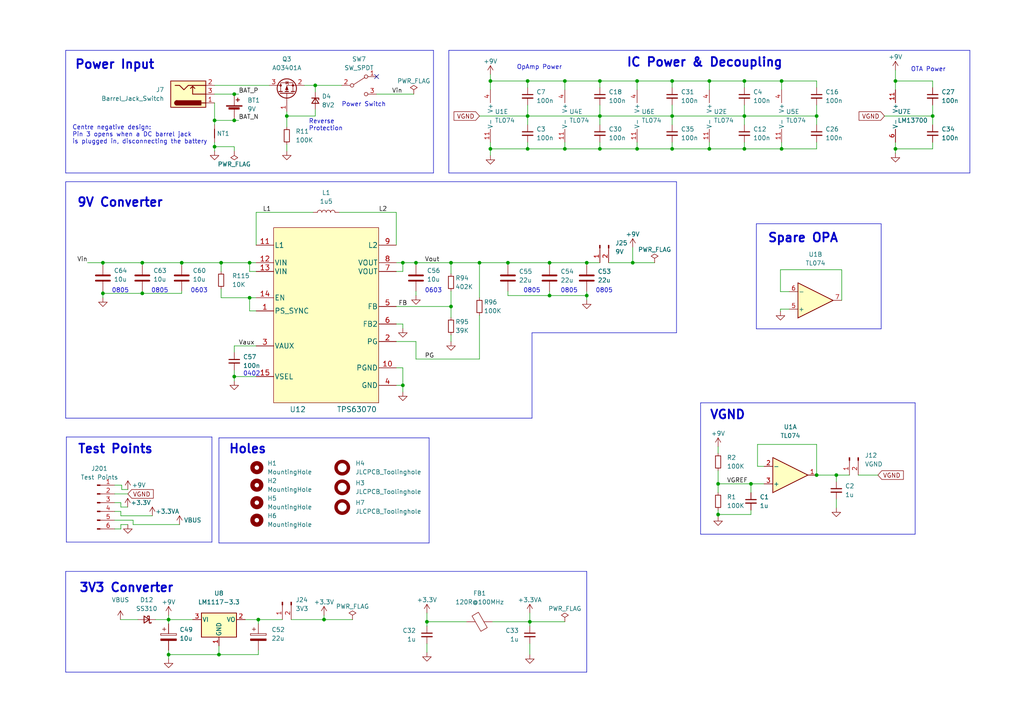
<source format=kicad_sch>
(kicad_sch (version 20230121) (generator eeschema)
  (paper "A4")
  (title_block (title "LivSynth - Power") (date "2022-07-18") (rev "${Version}") (company "SloBlo Labs"))
  (junction (at 130.81 76.2))
  (junction (at 41.275 76.2))
  (junction (at 153.035 43.18))
  (junction (at 67.945 109.22))
  (junction (at 226.695 23.495))
  (junction (at 226.695 43.18))
  (junction (at 183.515 76.2))
  (junction (at 215.9 33.655))
  (junction (at 67.945 34.925))
  (junction (at 93.98 179.705))
  (junction (at 63.5 189.865))
  (junction (at 173.99 33.655))
  (junction (at 41.275 85.09))
  (junction (at 159.385 85.725))
  (junction (at 208.28 149.225))
  (junction (at 173.99 43.18))
  (junction (at 72.39 76.2))
  (junction (at 142.24 23.495))
  (junction (at 215.9 43.18))
  (junction (at 163.83 23.495))
  (junction (at 62.23 34.925))
  (junction (at 217.805 140.335))
  (junction (at 48.895 189.865))
  (junction (at 194.945 33.655))
  (junction (at 194.945 23.495))
  (junction (at 215.9 23.495))
  (junction (at 29.845 76.2))
  (junction (at 153.67 180.34))
  (junction (at 208.28 140.335))
  (junction (at 242.57 137.795))
  (junction (at 270.51 33.655))
  (junction (at 130.81 88.9))
  (junction (at 52.705 76.2))
  (junction (at 147.32 76.2))
  (junction (at 139.065 76.2))
  (junction (at 236.855 137.795))
  (junction (at 170.18 85.725))
  (junction (at 74.93 179.705))
  (junction (at 184.785 23.495))
  (junction (at 205.74 23.495))
  (junction (at 116.84 111.76))
  (junction (at 194.945 43.18))
  (junction (at 153.035 33.655))
  (junction (at 184.785 43.18))
  (junction (at 259.715 43.18))
  (junction (at 170.18 76.2))
  (junction (at 163.83 43.18))
  (junction (at 72.39 86.36))
  (junction (at 142.24 43.18))
  (junction (at 205.74 43.18))
  (junction (at 29.845 85.09))
  (junction (at 173.99 23.495))
  (junction (at 64.135 76.2))
  (junction (at 62.23 42.545))
  (junction (at 67.945 27.305))
  (junction (at 159.385 76.2))
  (junction (at 153.035 23.495))
  (junction (at 48.895 179.705))
  (junction (at 259.715 23.495))
  (junction (at 83.185 33.655))
  (junction (at 236.855 33.655))
  (junction (at 116.84 76.2))
  (junction (at 91.44 24.765))
  (junction (at 123.825 180.34))
  (junction (at 120.65 76.2))
  (no_connect (at 109.22 22.225))
  (wire (pts (xy 64.135 83.82) (xy 64.135 86.36)))
  (wire (pts (xy 64.135 76.2) (xy 72.39 76.2)))
  (polyline (pts (xy 196.215 52.705) (xy 196.215 96.52)))
  (wire (pts (xy 242.57 137.795) (xy 242.57 139.7)))
  (wire (pts (xy 67.945 102.235) (xy 67.945 100.33)))
  (wire (pts (xy 215.9 30.48) (xy 215.9 33.655)))
  (wire (pts (xy 194.945 23.495) (xy 194.945 25.4)))
  (wire (pts (xy 67.945 100.33) (xy 74.295 100.33)))
  (wire (pts (xy 184.785 23.495) (xy 184.785 26.035)))
  (polyline (pts (xy 281.305 14.605) (xy 281.305 50.165)))
  (wire (pts (xy 184.785 43.18) (xy 194.945 43.18)))
  (wire (pts (xy 142.24 23.495) (xy 142.24 26.035)))
  (wire (pts (xy 170.18 85.725) (xy 170.18 86.995)))
  (wire (pts (xy 72.39 78.74) (xy 72.39 76.2)))
  (wire (pts (xy 194.945 33.655) (xy 215.9 33.655)))
  (polyline (pts (xy 219.3798 64.897) (xy 219.3798 95.377)))
  (wire (pts (xy 147.32 84.455) (xy 147.32 85.725)))
  (wire (pts (xy 120.65 84.455) (xy 120.65 85.725)))
  (wire (pts (xy 74.295 78.74) (xy 72.39 78.74)))
  (polyline (pts (xy 19.05 165.735) (xy 170.18 165.735)))
  (wire (pts (xy 34.925 179.705) (xy 40.005 179.705)))
  (wire (pts (xy 244.1448 78.232) (xy 244.1448 87.122)))
  (polyline (pts (xy 19.05 165.735) (xy 19.05 194.945)))
  (wire (pts (xy 147.32 85.725) (xy 159.385 85.725)))
  (wire (pts (xy 37.084 141.986) (xy 35.306 141.986)))
  (polyline (pts (xy 130.175 14.605) (xy 130.175 50.165)))
  (wire (pts (xy 170.18 76.835) (xy 170.18 76.2)))
  (wire (pts (xy 183.515 76.2) (xy 189.865 76.2)))
  (wire (pts (xy 270.51 43.18) (xy 259.715 43.18)))
  (wire (pts (xy 170.18 84.455) (xy 170.18 85.725)))
  (wire (pts (xy 236.855 23.495) (xy 226.695 23.495)))
  (wire (pts (xy 236.855 137.795) (xy 242.57 137.795)))
  (wire (pts (xy 62.23 34.925) (xy 62.23 36.195)))
  (wire (pts (xy 170.18 76.2) (xy 173.99 76.2)))
  (wire (pts (xy 114.935 61.595) (xy 114.935 71.12)))
  (wire (pts (xy 84.455 179.705) (xy 93.98 179.705)))
  (wire (pts (xy 52.705 76.835) (xy 52.705 76.2)))
  (wire (pts (xy 71.12 179.705) (xy 74.93 179.705)))
  (wire (pts (xy 45.085 179.705) (xy 48.895 179.705)))
  (wire (pts (xy 38.608 152.146) (xy 52.07 152.146)))
  (wire (pts (xy 217.805 140.335) (xy 217.805 142.875)))
  (wire (pts (xy 109.22 27.305) (xy 120.015 27.305)))
  (wire (pts (xy 91.44 24.765) (xy 91.44 26.67)))
  (wire (pts (xy 120.65 99.06) (xy 120.65 104.14)))
  (wire (pts (xy 256.54 33.655) (xy 270.51 33.655)))
  (wire (pts (xy 67.945 27.305) (xy 69.215 27.305)))
  (wire (pts (xy 114.935 93.98) (xy 116.84 93.98)))
  (wire (pts (xy 98.425 61.595) (xy 114.935 61.595)))
  (polyline (pts (xy 154.305 96.52) (xy 154.305 121.285)))
  (wire (pts (xy 208.28 140.335) (xy 208.28 142.875)))
  (wire (pts (xy 52.705 84.455) (xy 52.705 85.09)))
  (wire (pts (xy 33.274 153.416) (xy 35.052 153.416)))
  (wire (pts (xy 139.065 86.36) (xy 139.065 76.2)))
  (wire (pts (xy 72.39 76.2) (xy 74.295 76.2)))
  (wire (pts (xy 194.945 43.18) (xy 205.74 43.18)))
  (wire (pts (xy 116.84 93.98) (xy 116.84 95.25)))
  (wire (pts (xy 194.945 41.275) (xy 194.945 43.18)))
  (wire (pts (xy 130.81 88.9) (xy 130.81 92.075)))
  (wire (pts (xy 64.135 76.2) (xy 64.135 78.74)))
  (wire (pts (xy 33.274 145.796) (xy 35.052 145.796)))
  (wire (pts (xy 116.84 78.74) (xy 116.84 76.2)))
  (wire (pts (xy 130.81 97.155) (xy 130.81 99.06)))
  (wire (pts (xy 236.855 23.495) (xy 236.855 25.4)))
  (wire (pts (xy 139.065 104.14) (xy 139.065 91.44)))
  (wire (pts (xy 114.935 88.9) (xy 130.81 88.9)))
  (polyline (pts (xy 125.73 14.605) (xy 125.73 50.165)))
  (wire (pts (xy 163.83 23.495) (xy 163.83 26.035)))
  (wire (pts (xy 135.255 180.34) (xy 123.825 180.34)))
  (wire (pts (xy 64.135 86.36) (xy 72.39 86.36)))
  (wire (pts (xy 153.035 33.655) (xy 173.99 33.655)))
  (wire (pts (xy 205.74 43.18) (xy 215.9 43.18)))
  (wire (pts (xy 123.825 177.8) (xy 123.825 180.34)))
  (wire (pts (xy 183.515 76.2) (xy 183.515 71.755)))
  (wire (pts (xy 142.24 43.18) (xy 153.035 43.18)))
  (wire (pts (xy 74.93 179.705) (xy 81.915 179.705)))
  (wire (pts (xy 116.84 106.68) (xy 116.84 111.76)))
  (polyline (pts (xy 154.305 121.285) (xy 19.05 121.285)))
  (wire (pts (xy 153.67 181.61) (xy 153.67 180.34)))
  (wire (pts (xy 67.945 109.22) (xy 74.295 109.22)))
  (wire (pts (xy 194.945 33.655) (xy 194.945 36.195)))
  (wire (pts (xy 173.99 30.48) (xy 173.99 33.655)))
  (polyline (pts (xy 170.18 165.735) (xy 170.18 194.945)))
  (wire (pts (xy 74.93 188.595) (xy 74.93 189.865)))
  (wire (pts (xy 173.99 41.275) (xy 173.99 43.18)))
  (wire (pts (xy 74.295 71.12) (xy 74.295 61.595)))
  (wire (pts (xy 215.9 23.495) (xy 215.9 25.4)))
  (wire (pts (xy 163.83 41.275) (xy 163.83 43.18)))
  (wire (pts (xy 33.274 150.876) (xy 38.608 150.876)))
  (wire (pts (xy 153.035 43.18) (xy 163.83 43.18)))
  (wire (pts (xy 72.39 86.36) (xy 72.39 90.17)))
  (wire (pts (xy 48.895 179.705) (xy 55.88 179.705)))
  (wire (pts (xy 139.065 33.655) (xy 153.035 33.655)))
  (polyline (pts (xy 19.05 14.605) (xy 125.73 14.605)))
  (wire (pts (xy 259.715 23.495) (xy 259.715 26.035)))
  (wire (pts (xy 29.845 76.835) (xy 29.845 76.2)))
  (wire (pts (xy 226.3648 89.662) (xy 226.3648 90.297)))
  (wire (pts (xy 130.81 84.455) (xy 130.81 88.9)))
  (wire (pts (xy 91.44 33.655) (xy 83.185 33.655)))
  (polyline (pts (xy 196.215 96.52) (xy 154.305 96.52)))
  (wire (pts (xy 35.052 152.146) (xy 37.084 152.146)))
  (wire (pts (xy 142.875 180.34) (xy 153.67 180.34)))
  (wire (pts (xy 215.9 33.655) (xy 236.855 33.655)))
  (wire (pts (xy 205.74 23.495) (xy 205.74 26.035)))
  (wire (pts (xy 153.035 23.495) (xy 153.035 25.4)))
  (wire (pts (xy 114.935 106.68) (xy 116.84 106.68)))
  (wire (pts (xy 62.23 24.765) (xy 78.105 24.765)))
  (wire (pts (xy 163.83 180.34) (xy 153.67 180.34)))
  (wire (pts (xy 142.24 43.18) (xy 142.24 45.085)))
  (wire (pts (xy 93.98 178.435) (xy 93.98 179.705)))
  (wire (pts (xy 259.715 41.275) (xy 259.715 43.18)))
  (wire (pts (xy 270.51 33.655) (xy 270.51 36.195)))
  (wire (pts (xy 63.5 187.325) (xy 63.5 189.865)))
  (wire (pts (xy 270.51 41.275) (xy 270.51 43.18)))
  (polyline (pts (xy 265.43 116.84) (xy 265.43 154.94)))
  (wire (pts (xy 74.295 90.17) (xy 72.39 90.17)))
  (wire (pts (xy 88.265 24.765) (xy 91.44 24.765)))
  (wire (pts (xy 184.785 41.275) (xy 184.785 43.18)))
  (wire (pts (xy 153.035 30.48) (xy 153.035 33.655)))
  (wire (pts (xy 217.805 140.335) (xy 221.615 140.335)))
  (wire (pts (xy 153.67 177.8) (xy 153.67 180.34)))
  (wire (pts (xy 48.895 180.975) (xy 48.895 179.705)))
  (wire (pts (xy 74.295 61.595) (xy 90.805 61.595)))
  (wire (pts (xy 259.715 20.32) (xy 259.715 23.495)))
  (wire (pts (xy 153.035 41.275) (xy 153.035 43.18)))
  (wire (pts (xy 33.274 143.256) (xy 37.084 143.256)))
  (wire (pts (xy 226.3648 84.582) (xy 228.9048 84.582)))
  (wire (pts (xy 208.28 140.335) (xy 217.805 140.335)))
  (wire (pts (xy 236.855 33.655) (xy 236.855 36.195)))
  (polyline (pts (xy 19.05 52.705) (xy 196.215 52.705)))
  (polyline (pts (xy 124.46 127) (xy 124.46 157.48)))
  (wire (pts (xy 114.935 76.2) (xy 116.84 76.2)))
  (wire (pts (xy 208.28 136.525) (xy 208.28 140.335)))
  (polyline (pts (xy 125.73 50.165) (xy 19.05 50.165)))
  (wire (pts (xy 173.99 33.655) (xy 194.945 33.655)))
  (wire (pts (xy 163.83 23.495) (xy 173.99 23.495)))
  (polyline (pts (xy 63.5 127) (xy 63.5 157.48)))
  (wire (pts (xy 163.83 43.18) (xy 173.99 43.18)))
  (wire (pts (xy 123.825 180.34) (xy 123.825 181.61)))
  (wire (pts (xy 33.274 148.336) (xy 35.052 148.336)))
  (wire (pts (xy 35.052 153.416) (xy 35.052 152.146)))
  (polyline (pts (xy 281.305 50.165) (xy 130.175 50.165)))
  (wire (pts (xy 208.28 129.54) (xy 208.28 131.445)))
  (polyline (pts (xy 19.05 52.705) (xy 19.05 121.285)))
  (wire (pts (xy 226.3648 78.232) (xy 244.1448 78.232)))
  (wire (pts (xy 184.785 23.495) (xy 194.945 23.495)))
  (wire (pts (xy 219.71 135.255) (xy 221.615 135.255)))
  (polyline (pts (xy 203.2 116.84) (xy 265.43 116.84)))
  (wire (pts (xy 114.935 99.06) (xy 120.65 99.06)))
  (wire (pts (xy 52.705 85.09) (xy 41.275 85.09)))
  (wire (pts (xy 91.44 24.765) (xy 99.06 24.765)))
  (polyline (pts (xy 255.5748 95.377) (xy 219.3798 95.377)))
  (wire (pts (xy 63.5 189.865) (xy 74.93 189.865)))
  (wire (pts (xy 153.035 23.495) (xy 163.83 23.495)))
  (polyline (pts (xy 265.43 154.94) (xy 203.2 154.94)))
  (wire (pts (xy 259.715 43.18) (xy 259.715 44.45)))
  (wire (pts (xy 176.53 76.2) (xy 183.515 76.2)))
  (wire (pts (xy 259.715 23.495) (xy 270.51 23.495)))
  (polyline (pts (xy 19.2532 126.746) (xy 19.2532 157.226)))
  (wire (pts (xy 194.945 30.48) (xy 194.945 33.655)))
  (polyline (pts (xy 63.5 127) (xy 124.46 127)))
  (polyline (pts (xy 61.468 126.746) (xy 61.468 157.226)))
  (wire (pts (xy 67.945 109.22) (xy 67.945 110.49)))
  (wire (pts (xy 236.855 128.905) (xy 236.855 137.795)))
  (wire (pts (xy 215.9 33.655) (xy 215.9 36.195)))
  (polyline (pts (xy 19.2532 126.746) (xy 61.468 126.746)))
  (wire (pts (xy 270.51 30.48) (xy 270.51 33.655)))
  (wire (pts (xy 236.855 41.275) (xy 236.855 43.18)))
  (wire (pts (xy 72.39 86.36) (xy 74.295 86.36)))
  (wire (pts (xy 219.71 135.255) (xy 219.71 128.905)))
  (wire (pts (xy 147.32 76.2) (xy 147.32 76.835)))
  (wire (pts (xy 114.935 78.74) (xy 116.84 78.74)))
  (wire (pts (xy 215.9 23.495) (xy 226.695 23.495)))
  (wire (pts (xy 270.51 23.495) (xy 270.51 25.4)))
  (polyline (pts (xy 203.2 116.84) (xy 203.2 154.94)))
  (wire (pts (xy 120.65 76.2) (xy 120.65 76.835)))
  (wire (pts (xy 35.052 145.796) (xy 35.052 147.066)))
  (wire (pts (xy 248.92 137.795) (xy 254.635 137.795)))
  (wire (pts (xy 194.945 23.495) (xy 205.74 23.495)))
  (polyline (pts (xy 124.46 157.48) (xy 63.5 157.48)))
  (wire (pts (xy 226.3648 84.582) (xy 226.3648 78.232)))
  (wire (pts (xy 236.855 30.48) (xy 236.855 33.655)))
  (wire (pts (xy 83.185 33.655) (xy 83.185 36.83)))
  (wire (pts (xy 91.44 31.75) (xy 91.44 33.655)))
  (wire (pts (xy 147.32 76.2) (xy 159.385 76.2)))
  (polyline (pts (xy 19.05 14.605) (xy 19.05 50.165)))
  (wire (pts (xy 35.052 149.606) (xy 44.196 149.606)))
  (wire (pts (xy 74.93 179.705) (xy 74.93 180.975)))
  (wire (pts (xy 142.24 41.275) (xy 142.24 43.18)))
  (wire (pts (xy 123.825 186.69) (xy 123.825 189.23)))
  (wire (pts (xy 48.895 189.865) (xy 48.895 191.135)))
  (wire (pts (xy 173.99 23.495) (xy 173.99 25.4)))
  (wire (pts (xy 83.185 32.385) (xy 83.185 33.655)))
  (wire (pts (xy 217.805 149.225) (xy 208.28 149.225)))
  (wire (pts (xy 67.945 42.545) (xy 62.23 42.545)))
  (wire (pts (xy 159.385 85.725) (xy 170.18 85.725)))
  (wire (pts (xy 29.845 84.455) (xy 29.845 85.09)))
  (wire (pts (xy 38.608 150.876) (xy 38.608 152.146)))
  (wire (pts (xy 242.57 144.78) (xy 242.57 147.32)))
  (wire (pts (xy 142.24 21.59) (xy 142.24 23.495)))
  (wire (pts (xy 205.74 23.495) (xy 215.9 23.495)))
  (wire (pts (xy 208.28 149.225) (xy 208.28 149.86)))
  (polyline (pts (xy 170.18 194.945) (xy 19.05 194.945)))
  (wire (pts (xy 139.065 76.2) (xy 130.81 76.2)))
  (wire (pts (xy 41.275 84.455) (xy 41.275 85.09)))
  (polyline (pts (xy 61.468 157.226) (xy 19.2532 157.226)))
  (wire (pts (xy 120.65 104.14) (xy 139.065 104.14)))
  (wire (pts (xy 226.695 41.275) (xy 226.695 43.18)))
  (wire (pts (xy 67.945 43.815) (xy 67.945 42.545)))
  (wire (pts (xy 130.81 76.2) (xy 120.65 76.2)))
  (polyline (pts (xy 130.175 14.605) (xy 281.305 14.605)))
  (wire (pts (xy 116.84 76.2) (xy 120.65 76.2)))
  (wire (pts (xy 62.23 34.925) (xy 67.945 34.925)))
  (wire (pts (xy 159.385 76.2) (xy 159.385 76.835)))
  (wire (pts (xy 215.9 41.275) (xy 215.9 43.18)))
  (wire (pts (xy 228.9048 89.662) (xy 226.3648 89.662)))
  (wire (pts (xy 215.9 43.18) (xy 226.695 43.18)))
  (wire (pts (xy 153.035 33.655) (xy 153.035 36.195)))
  (wire (pts (xy 48.895 188.595) (xy 48.895 189.865)))
  (polyline (pts (xy 255.5748 64.897) (xy 255.5748 95.377)))
  (wire (pts (xy 29.845 76.2) (xy 41.275 76.2)))
  (wire (pts (xy 147.32 76.2) (xy 139.065 76.2)))
  (wire (pts (xy 41.275 76.2) (xy 52.705 76.2)))
  (wire (pts (xy 205.74 41.275) (xy 205.74 43.18)))
  (wire (pts (xy 35.052 147.066) (xy 37.0332 147.066)))
  (wire (pts (xy 226.695 23.495) (xy 226.695 26.035)))
  (wire (pts (xy 142.24 23.495) (xy 153.035 23.495)))
  (wire (pts (xy 35.306 141.986) (xy 35.306 140.716)))
  (wire (pts (xy 67.945 107.315) (xy 67.945 109.22)))
  (wire (pts (xy 29.845 85.09) (xy 29.845 86.36)))
  (wire (pts (xy 48.895 178.435) (xy 48.895 179.705)))
  (polyline (pts (xy 219.3798 64.897) (xy 255.5748 64.897)))
  (wire (pts (xy 173.99 43.18) (xy 184.785 43.18)))
  (wire (pts (xy 153.67 186.69) (xy 153.67 189.865)))
  (wire (pts (xy 63.5 189.865) (xy 48.895 189.865)))
  (wire (pts (xy 41.275 85.09) (xy 29.845 85.09)))
  (wire (pts (xy 242.57 137.795) (xy 246.38 137.795)))
  (wire (pts (xy 159.385 84.455) (xy 159.385 85.725)))
  (wire (pts (xy 62.23 41.275) (xy 62.23 42.545)))
  (wire (pts (xy 170.18 76.2) (xy 159.385 76.2)))
  (wire (pts (xy 173.99 33.655) (xy 173.99 36.195)))
  (wire (pts (xy 217.805 147.955) (xy 217.805 149.225)))
  (wire (pts (xy 67.945 34.925) (xy 69.215 34.925)))
  (wire (pts (xy 62.23 27.305) (xy 67.945 27.305)))
  (wire (pts (xy 116.84 113.665) (xy 116.84 111.76)))
  (wire (pts (xy 62.23 29.845) (xy 62.23 34.925)))
  (wire (pts (xy 116.84 111.76) (xy 114.935 111.76)))
  (wire (pts (xy 219.71 128.905) (xy 236.855 128.905)))
  (wire (pts (xy 33.274 140.716) (xy 35.306 140.716)))
  (wire (pts (xy 25.4 76.2) (xy 29.845 76.2)))
  (wire (pts (xy 93.98 179.705) (xy 102.235 179.705)))
  (wire (pts (xy 41.275 76.2) (xy 41.275 76.835)))
  (wire (pts (xy 83.185 41.91) (xy 83.185 43.815)))
  (wire (pts (xy 130.81 79.375) (xy 130.81 76.2)))
  (wire (pts (xy 52.705 76.2) (xy 64.135 76.2)))
  (wire (pts (xy 226.695 43.18) (xy 236.855 43.18)))
  (wire (pts (xy 173.99 23.495) (xy 184.785 23.495)))
  (wire (pts (xy 208.28 147.955) (xy 208.28 149.225)))
  (wire (pts (xy 35.052 148.336) (xy 35.052 149.606)))
  (wire (pts (xy 62.23 42.545) (xy 62.23 43.815)))
  (text "9V Converter" (at 22.225 60.325 0) (effects (font (size 2.54 2.54) (thickness 0.508) bold) (justify left bottom)))
  (text "0603" (at 123.19 85.09 0) (effects (font (size 1.27 1.27)) (justify left bottom)))
  (text "Centre negative design:\nPin 3 opens when a DC barrel jack\nis plugged in, disconnecting the battery" (at 20.955 41.91 0) (effects (font (size 1.27 1.27)) (justify left bottom)))
  (text "0402" (at 70.485 109.22 0) (effects (font (size 1.27 1.27)) (justify left bottom)))
  (text "0805" (at 162.56 85.09 0) (effects (font (size 1.27 1.27)) (justify left bottom)))
  (text "Test Points" (at 22.4282 131.826 0) (effects (font (size 2.54 2.54) (thickness 0.508) bold) (justify left bottom)))
  (text "0805" (at 32.385 85.09 0) (effects (font (size 1.27 1.27)) (justify left bottom)))
  (text "3V3 Converter" (at 22.86 172.085 0) (effects (font (size 2.54 2.54) (thickness 0.508) bold) (justify left bottom)))
  (text "OTA Power" (at 264.16 20.955 0) (effects (font (size 1.27 1.27)) (justify left bottom)))
  (text "0805" (at 172.72 85.09 0) (effects (font (size 1.27 1.27)) (justify left bottom)))
  (text "Power Switch" (at 99.06 31.115 0) (effects (font (size 1.27 1.27)) (justify left bottom)))
  (text "OpAmp Power" (at 149.86 20.32 0) (effects (font (size 1.27 1.27)) (justify left bottom)))
  (text "VGND" (at 205.74 121.92 0) (effects (font (size 2.54 2.54) (thickness 0.508) bold) (justify left bottom)))
  (text "Spare OPA" (at 222.5548 70.612 0) (effects (font (size 2.54 2.54) (thickness 0.508) bold) (justify left bottom)))
  (text "0805" (at 43.815 85.09 0) (effects (font (size 1.27 1.27)) (justify left bottom)))
  (text "0805" (at 151.765 85.09 0) (effects (font (size 1.27 1.27)) (justify left bottom)))
  (text "IC Power & Decoupling" (at 181.61 19.685 0) (effects (font (size 2.54 2.54) (thickness 0.508) bold) (justify left bottom)))
  (text "Reverse\nProtection" (at 89.535 38.1 0) (effects (font (size 1.27 1.27)) (justify left bottom)))
  (text "0603" (at 55.245 85.09 0) (effects (font (size 1.27 1.27)) (justify left bottom)))
  (text "Holes" (at 66.2432 131.826 0) (effects (font (size 2.54 2.54) (thickness 0.508) bold) (justify left bottom)))
  (text "Power Input" (at 21.59 20.32 0) (effects (font (size 2.54 2.54) (thickness 0.508) bold) (justify left bottom)))
  (label "BAT_P" (at 69.215 27.305 0))
  (label "L2" (at 109.855 61.595 0))
  (label "Vaux" (at 69.215 100.33 0))
  (label "L1" (at 76.2 61.595 0))
  (label "BAT_N" (at 69.215 34.925 0))
  (label "PG" (at 123.19 104.14 0))
  (label "Vout" (at 123.19 76.2 0))
  (label "Vin" (at 113.665 27.305 0))
  (label "FB" (at 115.57 88.9 0))
  (label "Vin" (at 25.4 76.2 180))
  (label "VGREF" (at 210.82 140.335 0))
  (global_label "VGND" (shape input) (at 139.065 33.655 180) (property "Intersheetrefs" "${INTERSHEET_REFS}" (effects hide)))
  (global_label "VGND" (shape input) (at 254.635 137.795 0) (property "Intersheetrefs" "${INTERSHEET_REFS}" (effects hide)))
  (global_label "VGND" (shape input) (at 256.54 33.655 180) (property "Intersheetrefs" "${INTERSHEET_REFS}" (effects hide)))
  (global_label "VGND" (shape input) (at 37.084 143.256 0) (property "Intersheetrefs" "${INTERSHEET_REFS}" (effects hide)))
  (symbol (lib_id "Device:C_Small") (at 270.51 38.735 0) (unit 1)
    (property "Reference" "C34" (at 273.05 37.4712 0) (effects (justify left)))
    (property "Value" "100n" (at 273.05 40.0112 0) (effects (justify left)))
    (property "Footprint" "Capacitor_THT:C_Rect_L7.2mm_W2.5mm_P5.00mm_FKS2_FKP2_MKS2_MKP2" (effects hide))
  )
  (symbol (lib_id "Device:C") (at 159.385 80.645 0) (unit 1) (in_bom no)
    (property "Reference" "C54" (at 162.56 78.74 0) (effects (justify left)))
    (property "Value" "22u" (at 162.56 81.28 0) (effects (justify left)))
    (property "Footprint" "Capacitor_SMD:C_0805_2012Metric_Pad1.18x1.45mm_HandSolder" (effects hide))
    (property "LCSC" "C415296" (effects hide))
  )
  (symbol (lib_id "Device:C") (at 41.275 80.645 0) (unit 1) (in_bom no)
    (property "Reference" "C63" (at 44.45 78.4859 0) (effects (justify left)))
    (property "Value" "10u" (at 44.45 81.0259 0) (effects (justify left)))
    (property "Footprint" "Capacitor_SMD:C_0805_2012Metric_Pad1.18x1.45mm_HandSolder" (effects hide))
    (property "LCSC" " C109040" (effects hide))
  )
  (symbol (lib_id "power:+9V") (at 208.28 129.54 0) (unit 1)
    (property "Reference" "#PWR0136" (effects hide))
    (property "Value" "+9V" (at 208.28 125.73 0))
  )
  (symbol (lib_id "Device:C_Polarized") (at 74.93 184.785 0) (unit 1)
    (property "Reference" "C52" (at 78.74 182.6259 0) (effects (justify left)))
    (property "Value" "22u" (at 78.74 185.1659 0) (effects (justify left)))
    (property "Footprint" "Capacitor_THT:CP_Radial_D8.0mm_P3.50mm" (effects hide))
  )
  (symbol (lib_id "Device:R_Small") (at 208.28 133.985 0) (unit 1)
    (property "Reference" "R2" (at 210.82 132.7149 0) (effects (justify left)))
    (property "Value" "100K" (at 210.82 135.2549 0) (effects (justify left)))
    (property "Footprint" "Resistor_THT:R_Axial_DIN0207_L6.3mm_D2.5mm_P7.62mm_Horizontal" (effects hide))
  )
  (symbol (lib_id "Amplifier_Operational:TL074") (at 229.235 33.655 0) (unit 5)
    (property "Reference" "U5" (at 227.965 32.3849 0) (effects (justify left)))
    (property "Value" "TL074" (at 227.965 34.9249 0) (effects (justify left)))
    (property "Footprint" "Package_SO:SOIC-14_3.9x8.7mm_P1.27mm" (effects hide))
    (property "Datasheet" "http://www.ti.com/lit/ds/symlink/tl071.pdf" (effects hide))
    (property "LCSC" "C2057504" (effects hide))
  )
  (symbol (lib_id "Regulator_Linear:LM1117-3.3") (at 63.5 179.705 0) (unit 1)
    (property "Reference" "U8" (at 63.5 172.085 0))
    (property "Value" "LM1117-3.3" (at 63.5 174.625 0))
    (property "Footprint" "Package_TO_SOT_SMD:SOT-223-3_TabPin2" (effects hide))
    (property "Datasheet" "http://www.ti.com/lit/ds/symlink/lm1117.pdf" (effects hide))
    (property "LCSC" "C126027" (effects hide))
  )
  (symbol (lib_id "power:+9V") (at 48.895 178.435 0) (unit 1)
    (property "Reference" "#PWR010" (effects hide))
    (property "Value" "+9V" (at 48.895 174.625 0))
  )
  (symbol (lib_id "power:GND") (at 142.24 45.085 0) (unit 1)
    (property "Reference" "#PWR03" (effects hide))
    (property "Value" "GND" (effects hide))
  )
  (symbol (lib_id "power:GND") (at 120.65 85.725 0) (unit 1)
    (property "Reference" "#PWR0142" (effects hide))
    (property "Value" "GND" (effects hide))
  )
  (symbol (lib_id "Amplifier_Operational:LM13700") (at 262.255 33.655 0) (unit 5)
    (property "Reference" "U7" (at 260.35 32.3849 0) (effects (justify left)))
    (property "Value" "LM13700" (at 260.35 34.9249 0) (effects (justify left)))
    (property "Footprint" "Package_SO:SOP-16_3.9x9.9mm_P1.27mm" (effects hide))
    (property "Datasheet" "http://www.ti.com/lit/ds/symlink/lm13700.pdf" (effects hide))
    (property "LCSC" "C4370932" (effects hide))
  )
  (symbol (lib_id "power:GND") (at 226.3648 90.297 0) (unit 1)
    (property "Reference" "#PWR0140" (effects hide))
    (property "Value" "GND" (effects hide))
  )
  (symbol (lib_id "power:PWR_FLAG") (at 189.865 76.2 0) (unit 1)
    (property "Reference" "#FLG0101" (effects hide))
    (property "Value" "PWR_FLAG" (at 189.865 72.39 0))
  )
  (symbol (lib_id "power:+3.3V") (at 93.98 178.435 0) (unit 1)
    (property "Reference" "#PWR011" (effects hide))
    (property "Value" "+3.3V" (at 93.98 174.625 0))
  )
  (symbol (lib_id "Device:C_Small") (at 153.035 38.735 0) (unit 1)
    (property "Reference" "C3" (at 155.575 37.4712 0) (effects (justify left)))
    (property "Value" "100n" (at 155.575 40.0112 0) (effects (justify left)))
    (property "Footprint" "Capacitor_THT:C_Rect_L7.2mm_W2.5mm_P5.00mm_FKS2_FKP2_MKS2_MKP2" (effects hide))
  )
  (symbol (lib_id "power:+3.3V") (at 123.825 177.8 0) (mirror y) (unit 1)
    (property "Reference" "#PWR013" (effects hide))
    (property "Value" "+3.3V" (at 123.825 173.99 0))
  )
  (symbol (lib_id "Device:D_Zener_Small") (at 91.44 29.21 270) (unit 1) (in_bom no)
    (property "Reference" "D4" (at 93.345 27.9399 90) (effects (justify left)))
    (property "Value" "8V2" (at 93.345 30.4799 90) (effects (justify left)))
    (property "Footprint" "Diode_SMD:D_SOD-123" (effects hide))
    (property "LCSC" " C438308" (effects hide))
  )
  (symbol (lib_id "Amplifier_Operational:TL074") (at 144.78 33.655 0) (unit 5)
    (property "Reference" "U1" (at 143.51 32.3849 0) (effects (justify left)))
    (property "Value" "TL074" (at 143.51 34.9249 0) (effects (justify left)))
    (property "Footprint" "Package_SO:SOIC-14_3.9x8.7mm_P1.27mm" (effects hide))
    (property "Datasheet" "http://www.ti.com/lit/ds/symlink/tl071.pdf" (effects hide))
    (property "LCSC" "C2057504" (effects hide))
  )
  (symbol (lib_id "Device:R_Small") (at 83.185 39.37 0) (unit 1)
    (property "Reference" "R11" (at 85.725 38.0999 0) (effects (justify left)))
    (property "Value" "100K" (at 85.725 40.6399 0) (effects (justify left)))
    (property "Footprint" "Resistor_THT:R_Axial_DIN0207_L6.3mm_D2.5mm_P7.62mm_Horizontal" (effects hide))
  )
  (symbol (lib_id "Connector:Barrel_Jack_Switch") (at 54.61 27.305 0) (mirror x) (unit 1)
    (property "Reference" "J7" (at 47.625 26.0349 0) (effects (justify right)))
    (property "Value" "Barrel_Jack_Switch" (at 47.625 28.5749 0) (effects (justify right)))
    (property "Footprint" "Connector_BarrelJack:BarrelJack_CUI_PJ-102AH_Horizontal" (effects hide))
  )
  (symbol (lib_id "power:GND") (at 242.57 147.32 0) (unit 1)
    (property "Reference" "#PWR0135" (effects hide))
    (property "Value" "GND" (effects hide))
  )
  (symbol (lib_id "power:PWR_FLAG") (at 67.945 43.815 0) (mirror x) (unit 1)
    (property "Reference" "#FLG05" (effects hide))
    (property "Value" "PWR_FLAG" (at 67.945 47.625 0))
  )
  (symbol (lib_id "power:+3.3VA") (at 153.67 177.8 0) (mirror y) (unit 1)
    (property "Reference" "#PWR014" (effects hide))
    (property "Value" "+3.3VA" (at 153.67 173.99 0))
  )
  (symbol (lib_id "power:GND") (at 130.81 99.06 0) (unit 1)
    (property "Reference" "#PWR0143" (effects hide))
    (property "Value" "GND" (effects hide))
  )
  (symbol (lib_id "Mechanical:MountingHole") (at 74.4982 140.716 0) (unit 1)
    (property "Reference" "H2" (at 77.5462 139.4459 0) (effects (justify left)))
    (property "Value" "MountingHole" (at 77.5462 141.9859 0) (effects (justify left)))
    (property "Footprint" "MountingHole:MountingHole_3.2mm_M3" (effects hide))
  )
  (symbol (lib_id "SloBlo:TPS63070x") (at 94.615 91.44 0) (unit 1) (in_bom no)
    (property "Reference" "U12" (at 86.36 118.745 0) (effects (font (size 1.524 1.524))))
    (property "Value" "TPS63070" (at 103.505 118.745 0) (effects (font (size 1.524 1.524))))
    (property "Footprint" "SloBlo:TPS63070x" (effects hide))
    (property "Datasheet" "https://www.ti.com/lit/ds/symlink/tps63070.pdf" (effects hide))
    (property "LCSC" "C109322" (effects hide))
  )
  (symbol (lib_id "power:VBUS") (at 34.925 179.705 0) (unit 1)
    (property "Reference" "#PWR0127" (effects hide))
    (property "Value" "VBUS" (at 34.925 173.99 0))
  )
  (symbol (lib_id "Amplifier_Operational:TL074") (at 236.5248 87.122 0) (mirror x) (unit 2)
    (property "Reference" "U1" (at 236.5248 73.787 0))
    (property "Value" "TL074" (at 236.5248 76.327 0))
    (property "Footprint" "Package_SO:SOIC-14_3.9x8.7mm_P1.27mm" (effects hide))
    (property "Datasheet" "http://www.ti.com/lit/ds/symlink/tl071.pdf" (effects hide))
    (property "LCSC" "C2057504" (effects hide))
  )
  (symbol (lib_id "Device:R_Small") (at 64.135 81.28 0) (unit 1) (in_bom no)
    (property "Reference" "R115" (at 67.31 80.0099 0) (effects (justify left)))
    (property "Value" "10K" (at 67.31 82.5499 0) (effects (justify left)))
    (property "Footprint" "Resistor_SMD:R_0603_1608Metric_Pad0.98x0.95mm_HandSolder" (effects hide))
    (property "LCSC" " C25804" (effects hide))
  )
  (symbol (lib_name "JLCPCB_Toolinghole_2") (lib_id "SloBlo:JLCPCB_Toolinghole") (at 99.2632 141.351 0) (unit 1) (in_bom no)
    (property "Reference" "H3" (at 103.0732 140.0809 0) (effects (justify left)))
    (property "Value" "JLCPCB_Toolinghole" (at 103.0732 142.6209 0) (effects (justify left)))
    (property "Footprint" "SloBlo:JLCPCB_ToolingHole" (effects hide))
  )
  (symbol (lib_id "Device:C_Small") (at 215.9 27.94 0) (unit 1)
    (property "Reference" "C4" (at 218.44 26.6762 0) (effects (justify left)))
    (property "Value" "100n" (at 218.44 29.2162 0) (effects (justify left)))
    (property "Footprint" "Capacitor_THT:C_Rect_L7.2mm_W2.5mm_P5.00mm_FKS2_FKP2_MKS2_MKP2" (effects hide))
  )
  (symbol (lib_id "Device:C_Small") (at 215.9 38.735 0) (unit 1)
    (property "Reference" "C12" (at 218.44 37.4712 0) (effects (justify left)))
    (property "Value" "100n" (at 218.44 40.0112 0) (effects (justify left)))
    (property "Footprint" "Capacitor_THT:C_Rect_L7.2mm_W2.5mm_P5.00mm_FKS2_FKP2_MKS2_MKP2" (effects hide))
  )
  (symbol (lib_id "power:+3.3V") (at 37.0332 147.066 0) (unit 1)
    (property "Reference" "#PWR0130" (effects hide))
    (property "Value" "+3.3V" (at 40.8432 145.796 0))
  )
  (symbol (lib_id "power:+9V") (at 183.515 71.755 0) (unit 1)
    (property "Reference" "#PWR0138" (effects hide))
    (property "Value" "+9V" (at 183.515 67.945 0))
  )
  (symbol (lib_id "Device:C_Small") (at 153.035 27.94 0) (unit 1)
    (property "Reference" "C7" (at 155.575 26.6762 0) (effects (justify left)))
    (property "Value" "100n" (at 155.575 29.2162 0) (effects (justify left)))
    (property "Footprint" "Capacitor_THT:C_Rect_L7.2mm_W2.5mm_P5.00mm_FKS2_FKP2_MKS2_MKP2" (effects hide))
  )
  (symbol (lib_id "power:GND") (at 116.84 95.25 0) (unit 1)
    (property "Reference" "#PWR0141" (effects hide))
    (property "Value" "GND" (effects hide))
  )
  (symbol (lib_id "Device:C") (at 29.845 80.645 0) (unit 1) (in_bom no)
    (property "Reference" "C64" (at 33.02 78.4859 0) (effects (justify left)))
    (property "Value" "10u" (at 33.02 81.0259 0) (effects (justify left)))
    (property "Footprint" "Capacitor_SMD:C_0805_2012Metric_Pad1.18x1.45mm_HandSolder" (effects hide))
    (property "LCSC" " C109040" (effects hide))
  )
  (symbol (lib_id "Transistor_FET:AO3401A") (at 83.185 27.305 90) (unit 1) (in_bom no)
    (property "Reference" "Q3" (at 83.185 17.145 90))
    (property "Value" "AO3401A" (at 83.185 19.685 90))
    (property "Footprint" "Package_TO_SOT_SMD:SOT-23" (effects hide))
    (property "Datasheet" "http://www.aosmd.com/pdfs/datasheet/AO3401A.pdf" (effects hide))
    (property "LCSC" "C347476" (effects hide))
  )
  (symbol (lib_id "power:GND") (at 37.084 152.146 0) (mirror y) (unit 1)
    (property "Reference" "#PWR0128" (effects hide))
    (property "Value" "GND" (effects hide))
  )
  (symbol (lib_id "Device:C_Small") (at 153.67 184.15 0) (mirror y) (unit 1)
    (property "Reference" "C33" (at 150.495 182.8862 0) (effects (justify left)))
    (property "Value" "1u" (at 150.495 185.4262 0) (effects (justify left)))
    (property "Footprint" "Capacitor_THT:C_Rect_L7.2mm_W5.5mm_P5.00mm_FKS2_FKP2_MKS2_MKP2" (effects hide))
  )
  (symbol (lib_id "Device:C_Small") (at 236.855 38.735 0) (unit 1)
    (property "Reference" "C26" (at 239.395 37.4712 0) (effects (justify left)))
    (property "Value" "100n" (at 239.395 40.0112 0) (effects (justify left)))
    (property "Footprint" "Capacitor_THT:C_Rect_L7.2mm_W2.5mm_P5.00mm_FKS2_FKP2_MKS2_MKP2" (effects hide))
  )
  (symbol (lib_id "Device:C_Small") (at 242.57 142.24 0) (unit 1)
    (property "Reference" "C2" (at 245.11 140.9762 0) (effects (justify left)))
    (property "Value" "1u" (at 245.11 143.5162 0) (effects (justify left)))
    (property "Footprint" "Capacitor_THT:C_Rect_L7.2mm_W5.5mm_P5.00mm_FKS2_FKP2_MKS2_MKP2" (effects hide))
  )
  (symbol (lib_id "Device:C_Small") (at 173.99 27.94 0) (unit 1)
    (property "Reference" "C18" (at 176.53 26.6762 0) (effects (justify left)))
    (property "Value" "100n" (at 176.53 29.2162 0) (effects (justify left)))
    (property "Footprint" "Capacitor_THT:C_Rect_L7.2mm_W2.5mm_P5.00mm_FKS2_FKP2_MKS2_MKP2" (effects hide))
  )
  (symbol (lib_id "Amplifier_Operational:TL074") (at 208.28 33.655 0) (unit 5)
    (property "Reference" "U2" (at 207.01 32.3849 0) (effects (justify left)))
    (property "Value" "TL074" (at 207.01 34.9249 0) (effects (justify left)))
    (property "Footprint" "Package_SO:SOIC-14_3.9x8.7mm_P1.27mm" (effects hide))
    (property "Datasheet" "http://www.ti.com/lit/ds/symlink/tl071.pdf" (effects hide))
    (property "LCSC" "C2057504" (effects hide))
  )
  (symbol (lib_id "Device:C_Small") (at 236.855 27.94 0) (unit 1)
    (property "Reference" "C16" (at 239.395 26.6762 0) (effects (justify left)))
    (property "Value" "100n" (at 239.395 29.2162 0) (effects (justify left)))
    (property "Footprint" "Capacitor_THT:C_Rect_L7.2mm_W2.5mm_P5.00mm_FKS2_FKP2_MKS2_MKP2" (effects hide))
  )
  (symbol (lib_id "power:+9V") (at 142.24 21.59 0) (unit 1)
    (property "Reference" "#PWR01" (effects hide))
    (property "Value" "+9V" (at 142.24 17.78 0))
  )
  (symbol (lib_id "Mechanical:MountingHole") (at 74.4982 150.876 0) (unit 1)
    (property "Reference" "H6" (at 77.5462 149.6059 0) (effects (justify left)))
    (property "Value" "MountingHole" (at 77.5462 152.1459 0) (effects (justify left)))
    (property "Footprint" "MountingHole:MountingHole_3.2mm_M3" (effects hide))
  )
  (symbol (lib_id "Device:NetTie_2") (at 62.23 38.735 90) (unit 1)
    (property "Reference" "NT1" (at 62.865 38.735 90) (effects (justify right)))
    (property "Value" "NetTie_2" (effects hide))
    (property "Footprint" "NetTie:NetTie-2_SMD_Pad0.5mm" (effects hide))
  )
  (symbol (lib_id "power:VBUS") (at 52.07 152.146 0) (unit 1)
    (property "Reference" "#PWR0129" (effects hide))
    (property "Value" "VBUS" (at 55.88 150.876 0))
  )
  (symbol (lib_id "Mechanical:MountingHole") (at 74.4982 145.796 0) (unit 1)
    (property "Reference" "H5" (at 77.5462 144.5259 0) (effects (justify left)))
    (property "Value" "MountingHole" (at 77.5462 147.0659 0) (effects (justify left)))
    (property "Footprint" "MountingHole:MountingHole_3.2mm_M3" (effects hide))
  )
  (symbol (lib_id "Mechanical:MountingHole") (at 74.4982 135.636 0) (unit 1)
    (property "Reference" "H1" (at 77.5462 134.3659 0) (effects (justify left)))
    (property "Value" "MountingHole" (at 77.5462 136.9059 0) (effects (justify left)))
    (property "Footprint" "MountingHole:MountingHole_3.2mm_M3" (effects hide))
  )
  (symbol (lib_id "Device:FerriteBead") (at 139.065 180.34 270) (mirror x) (unit 1)
    (property "Reference" "FB1" (at 139.1158 172.085 90))
    (property "Value" "120R@100MHz" (at 139.1158 174.625 90))
    (property "Footprint" "Inductor_SMD:L_0603_1608Metric" (effects hide))
  )
  (symbol (lib_id "power:GND") (at 153.67 189.865 0) (mirror y) (unit 1)
    (property "Reference" "#PWR016" (effects hide))
    (property "Value" "GND" (effects hide))
  )
  (symbol (lib_id "Amplifier_Operational:TL074") (at 166.37 33.655 0) (unit 5)
    (property "Reference" "U4" (at 165.1 32.3849 0) (effects (justify left)))
    (property "Value" "TL074" (at 165.1 34.9249 0) (effects (justify left)))
    (property "Footprint" "Package_SO:SOIC-14_3.9x8.7mm_P1.27mm" (effects hide))
    (property "Datasheet" "http://www.ti.com/lit/ds/symlink/tl071.pdf" (effects hide))
    (property "LCSC" "C2057504" (effects hide))
  )
  (symbol (lib_id "Device:Battery_Cell") (at 67.945 32.385 0) (unit 1)
    (property "Reference" "BT1" (at 71.755 29.0829 0) (effects (justify left)))
    (property "Value" "9V" (at 71.755 31.6229 0) (effects (justify left)))
    (property "Footprint" "Battery:BatteryHolder_Eagle_12BH611-GR" (effects hide))
  )
  (symbol (lib_id "power:+9V") (at 37.084 141.986 0) (unit 1)
    (property "Reference" "#PWR0131" (effects hide))
    (property "Value" "+9V" (at 40.259 140.716 0))
  )
  (symbol (lib_id "Device:C_Small") (at 194.945 27.94 0) (unit 1)
    (property "Reference" "C31" (at 197.485 26.6762 0) (effects (justify left)))
    (property "Value" "100n" (at 197.485 29.2162 0) (effects (justify left)))
    (property "Footprint" "Capacitor_THT:C_Rect_L7.2mm_W2.5mm_P5.00mm_FKS2_FKP2_MKS2_MKP2" (effects hide))
  )
  (symbol (lib_id "power:PWR_FLAG") (at 120.015 27.305 0) (unit 1)
    (property "Reference" "#FLG0103" (effects hide))
    (property "Value" "PWR_FLAG" (at 120.015 23.495 0))
  )
  (symbol (lib_id "power:GND") (at 116.84 113.665 0) (unit 1)
    (property "Reference" "#PWR0144" (effects hide))
    (property "Value" "GND" (effects hide))
  )
  (symbol (lib_id "Device:C") (at 170.18 80.645 0) (unit 1) (in_bom no)
    (property "Reference" "C53" (at 173.355 78.74 0) (effects (justify left)))
    (property "Value" "22u" (at 173.355 81.28 0) (effects (justify left)))
    (property "Footprint" "Capacitor_SMD:C_0805_2012Metric_Pad1.18x1.45mm_HandSolder" (effects hide))
    (property "LCSC" "C415296" (effects hide))
  )
  (symbol (lib_name "JLCPCB_Toolinghole_1") (lib_id "SloBlo:JLCPCB_Toolinghole") (at 99.2632 147.066 0) (unit 1) (in_bom no)
    (property "Reference" "H7" (at 103.0732 145.7959 0) (effects (justify left)))
    (property "Value" "JLCPCB_Toolinghole" (at 103.0732 148.3359 0) (effects (justify left)))
    (property "Footprint" "SloBlo:JLCPCB_ToolingHole" (effects hide))
  )
  (symbol (lib_id "power:GND") (at 208.28 149.86 0) (unit 1)
    (property "Reference" "#PWR0137" (effects hide))
    (property "Value" "GND" (effects hide))
  )
  (symbol (lib_id "power:GND") (at 67.945 110.49 0) (unit 1)
    (property "Reference" "#PWR0133" (effects hide))
    (property "Value" "GND" (effects hide))
  )
  (symbol (lib_id "power:PWR_FLAG") (at 102.235 179.705 0) (unit 1)
    (property "Reference" "#FLG0102" (effects hide))
    (property "Value" "PWR_FLAG" (at 102.235 175.895 0))
  )
  (symbol (lib_id "Device:C_Small") (at 194.945 38.735 0) (unit 1)
    (property "Reference" "C35" (at 197.485 37.4712 0) (effects (justify left)))
    (property "Value" "100n" (at 197.485 40.0112 0) (effects (justify left)))
    (property "Footprint" "Capacitor_THT:C_Rect_L7.2mm_W2.5mm_P5.00mm_FKS2_FKP2_MKS2_MKP2" (effects hide))
  )
  (symbol (lib_id "Connector:Conn_01x02_Male") (at 246.38 132.715 90) (mirror x) (unit 1)
    (property "Reference" "J12" (at 250.825 132.0799 90) (effects (justify right)))
    (property "Value" "VGND" (at 250.825 134.6199 90) (effects (justify right)))
    (property "Footprint" "Connector_PinHeader_2.54mm:PinHeader_1x02_P2.54mm_Vertical" (effects hide))
  )
  (symbol (lib_id "power:GND") (at 29.845 86.36 0) (unit 1)
    (property "Reference" "#PWR0132" (effects hide))
    (property "Value" "GND" (effects hide))
  )
  (symbol (lib_id "power:PWR_FLAG") (at 163.83 180.34 0) (unit 1)
    (property "Reference" "#FLG02" (effects hide))
    (property "Value" "PWR_FLAG" (at 163.83 176.53 0))
  )
  (symbol (lib_id "Device:D_Schottky_Small") (at 42.545 179.705 180) (unit 1)
    (property "Reference" "D12" (at 42.545 173.99 0))
    (property "Value" "SS310" (at 42.545 176.53 0))
    (property "Footprint" "Diode_SMD:D_SMC_Handsoldering" (effects hide))
  )
  (symbol (lib_id "power:GND") (at 170.18 86.995 0) (unit 1)
    (property "Reference" "#PWR0139" (effects hide))
    (property "Value" "GND" (effects hide))
  )
  (symbol (lib_id "Device:L") (at 94.615 61.595 90) (unit 1) (in_bom no)
    (property "Reference" "L1" (at 94.615 55.88 90))
    (property "Value" "1u5" (at 94.615 58.42 90))
    (property "Footprint" "Inductor_SMD:L_Sunlord_SWPA5020S" (effects hide))
    (property "LCSC" "C279945" (effects hide))
  )
  (symbol (lib_id "Device:C") (at 52.705 80.645 0) (unit 1) (in_bom no)
    (property "Reference" "C60" (at 55.88 78.4859 0) (effects (justify left)))
    (property "Value" "10u" (at 55.88 81.0259 0) (effects (justify left)))
    (property "Footprint" "Capacitor_SMD:C_0603_1608Metric_Pad1.08x0.95mm_HandSolder" (effects hide))
    (property "LCSC" " C96446" (effects hide))
  )
  (symbol (lib_id "Connector:Conn_01x06_Male") (at 28.194 145.796 0) (unit 1) (in_bom no)
    (property "Reference" "J201" (at 28.829 135.89 0))
    (property "Value" "Test Points" (at 28.829 138.43 0))
    (property "Footprint" "Connector_PinHeader_2.54mm:PinHeader_1x06_P2.54mm_Vertical" (effects hide))
  )
  (symbol (lib_id "Device:C") (at 147.32 80.645 0) (unit 1) (in_bom no)
    (property "Reference" "C55" (at 150.495 78.74 0) (effects (justify left)))
    (property "Value" "22u" (at 150.495 81.28 0) (effects (justify left)))
    (property "Footprint" "Capacitor_SMD:C_0805_2012Metric_Pad1.18x1.45mm_HandSolder" (effects hide))
    (property "LCSC" "C415296" (effects hide))
  )
  (symbol (lib_id "Device:C_Small") (at 173.99 38.735 0) (unit 1)
    (property "Reference" "C30" (at 176.53 37.4712 0) (effects (justify left)))
    (property "Value" "100n" (at 176.53 40.0112 0) (effects (justify left)))
    (property "Footprint" "Capacitor_THT:C_Rect_L7.2mm_W2.5mm_P5.00mm_FKS2_FKP2_MKS2_MKP2" (effects hide))
  )
  (symbol (lib_id "Device:C_Small") (at 217.805 145.415 0) (unit 1)
    (property "Reference" "C1" (at 220.345 144.1512 0) (effects (justify left)))
    (property "Value" "1u" (at 220.345 146.6912 0) (effects (justify left)))
    (property "Footprint" "Capacitor_THT:C_Rect_L7.2mm_W5.5mm_P5.00mm_FKS2_FKP2_MKS2_MKP2" (effects hide))
  )
  (symbol (lib_id "Device:C_Small") (at 67.945 104.775 0) (unit 1) (in_bom no)
    (property "Reference" "C57" (at 70.485 103.5112 0) (effects (justify left)))
    (property "Value" "100n" (at 70.485 106.0512 0) (effects (justify left)))
    (property "Footprint" "Capacitor_SMD:C_0402_1005Metric_Pad0.74x0.62mm_HandSolder" (effects hide))
    (property "LCSC" " C1523" (effects hide))
  )
  (symbol (lib_id "power:GND") (at 259.715 44.45 0) (unit 1)
    (property "Reference" "#PWR07" (effects hide))
    (property "Value" "GND" (effects hide))
  )
  (symbol (lib_id "power:GND") (at 83.185 43.815 0) (unit 1)
    (property "Reference" "#PWR0134" (effects hide))
    (property "Value" "GND" (effects hide))
  )
  (symbol (lib_id "Device:R_Small") (at 130.81 81.915 0) (unit 1) (in_bom no)
    (property "Reference" "R94" (at 132.08 80.645 0) (effects (justify left)))
    (property "Value" "402K" (at 132.08 83.185 0) (effects (justify left)))
    (property "Footprint" "Resistor_SMD:R_0603_1608Metric_Pad0.98x0.95mm_HandSolder" (effects hide))
    (property "LCSC" " C844562" (effects hide))
  )
  (symbol (lib_id "Connector:Conn_01x02_Male") (at 81.915 174.625 90) (mirror x) (unit 1)
    (property "Reference" "J24" (at 85.725 173.9899 90) (effects (justify right)))
    (property "Value" "3V3" (at 85.725 176.5299 90) (effects (justify right)))
    (property "Footprint" "Connector_PinHeader_2.54mm:PinHeader_1x02_P2.54mm_Vertical" (effects hide))
  )
  (symbol (lib_id "Device:C_Small") (at 270.51 27.94 0) (unit 1)
    (property "Reference" "C27" (at 273.05 26.6762 0) (effects (justify left)))
    (property "Value" "100n" (at 273.05 29.2162 0) (effects (justify left)))
    (property "Footprint" "Capacitor_THT:C_Rect_L7.2mm_W2.5mm_P5.00mm_FKS2_FKP2_MKS2_MKP2" (effects hide))
  )
  (symbol (lib_id "power:+3.3VA") (at 44.196 149.606 0) (mirror y) (unit 1)
    (property "Reference" "#PWR0146" (effects hide))
    (property "Value" "+3.3VA" (at 48.514 148.336 0))
  )
  (symbol (lib_id "power:GND") (at 48.895 191.135 0) (unit 1)
    (property "Reference" "#PWR012" (effects hide))
    (property "Value" "GND" (effects hide))
  )
  (symbol (lib_id "power:+9V") (at 259.715 20.32 0) (unit 1)
    (property "Reference" "#PWR05" (effects hide))
    (property "Value" "+9V" (at 259.715 16.51 0))
  )
  (symbol (lib_id "Device:C") (at 120.65 80.645 0) (unit 1) (in_bom no)
    (property "Reference" "C56" (at 123.825 78.4859 0) (effects (justify left)))
    (property "Value" "10u" (at 123.825 81.0259 0) (effects (justify left)))
    (property "Footprint" "Capacitor_SMD:C_0603_1608Metric_Pad1.08x0.95mm_HandSolder" (effects hide))
    (property "LCSC" " C96446" (effects hide))
  )
  (symbol (lib_id "Connector:Conn_01x02_Male") (at 173.99 71.12 90) (mirror x) (unit 1)
    (property "Reference" "J25" (at 178.435 70.4849 90) (effects (justify right)))
    (property "Value" "9V" (at 178.435 73.0249 90) (effects (justify right)))
    (property "Footprint" "Connector_PinHeader_2.54mm:PinHeader_1x02_P2.54mm_Vertical" (effects hide))
  )
  (symbol (lib_id "Device:R_Small") (at 139.065 88.9 0) (unit 1) (in_bom no)
    (property "Reference" "R96" (at 140.335 87.63 0) (effects (justify left)))
    (property "Value" "100K" (at 140.335 90.17 0) (effects (justify left)))
    (property "Footprint" "Resistor_SMD:R_0603_1608Metric_Pad0.98x0.95mm_HandSolder" (effects hide))
    (property "LCSC" "C25803" (effects hide))
  )
  (symbol (lib_id "Device:C_Small") (at 123.825 184.15 0) (mirror y) (unit 1)
    (property "Reference" "C32" (at 120.65 182.8862 0) (effects (justify left)))
    (property "Value" "1u" (at 120.65 185.4262 0) (effects (justify left)))
    (property "Footprint" "Capacitor_THT:C_Rect_L7.2mm_W5.5mm_P5.00mm_FKS2_FKP2_MKS2_MKP2" (effects hide))
  )
  (symbol (lib_id "Device:R_Small") (at 130.81 94.615 0) (unit 1) (in_bom no)
    (property "Reference" "R95" (at 132.08 93.345 0) (effects (justify left)))
    (property "Value" "39K" (at 132.08 95.885 0) (effects (justify left)))
    (property "Footprint" "Resistor_SMD:R_0603_1608Metric_Pad0.98x0.95mm_HandSolder" (effects hide))
    (property "LCSC" " C163424" (effects hide))
  )
  (symbol (lib_id "Device:C_Polarized") (at 48.895 184.785 0) (unit 1)
    (property "Reference" "C49" (at 52.07 182.6259 0) (effects (justify left)))
    (property "Value" "10u" (at 52.07 185.1659 0) (effects (justify left)))
    (property "Footprint" "Capacitor_THT:CP_Radial_D8.0mm_P3.50mm" (effects hide))
  )
  (symbol (lib_id "Device:R_Small") (at 208.28 145.415 0) (unit 1)
    (property "Reference" "R1" (at 210.82 144.1449 0) (effects (justify left)))
    (property "Value" "100K" (at 210.82 146.6849 0) (effects (justify left)))
    (property "Footprint" "Resistor_THT:R_Axial_DIN0207_L6.3mm_D2.5mm_P7.62mm_Horizontal" (effects hide))
  )
  (symbol (lib_id "SloBlo:JLCPCB_Toolinghole") (at 99.2632 135.636 0) (unit 1) (in_bom no)
    (property "Reference" "H4" (at 103.0732 134.3659 0) (effects (justify left)))
    (property "Value" "JLCPCB_Toolinghole" (at 103.0732 136.9059 0) (effects (justify left)))
    (property "Footprint" "SloBlo:JLCPCB_ToolingHole" (effects hide))
  )
  (symbol (lib_id "Switch:SW_SPDT") (at 104.14 24.765 0) (unit 1)
    (property "Reference" "SW7" (at 104.14 17.145 0))
    (property "Value" "SW_SPDT" (at 104.14 19.685 0))
    (property "Footprint" "Button_Switch_THT:SW_E-Switch_EG1224_SPDT_Angled" (effects hide))
  )
  (symbol (lib_id "power:GND") (at 123.825 189.23 0) (mirror y) (unit 1)
    (property "Reference" "#PWR015" (effects hide))
    (property "Value" "GND" (effects hide))
  )
  (symbol (lib_id "Amplifier_Operational:TL074") (at 187.325 33.655 0) (unit 5)
    (property "Reference" "U6" (at 186.055 32.3849 0) (effects (justify left)))
    (property "Value" "TL074" (at 186.055 34.9249 0) (effects (justify left)))
    (property "Footprint" "Package_SO:SOIC-14_3.9x8.7mm_P1.27mm" (effects hide))
    (property "Datasheet" "http://www.ti.com/lit/ds/symlink/tl071.pdf" (effects hide))
    (property "LCSC" "C2057504" (effects hide))
  )
  (symbol (lib_id "power:GND") (at 62.23 43.815 0) (unit 1)
    (property "Reference" "#PWR04" (effects hide))
    (property "Value" "GND" (effects hide))
  )
  (symbol (lib_id "Amplifier_Operational:TL074") (at 229.235 137.795 0) (mirror x) (unit 1)
    (property "Reference" "U1" (at 229.235 123.825 0))
    (property "Value" "TL074" (at 229.235 126.365 0))
    (property "Footprint" "Package_SO:SOIC-14_3.9x8.7mm_P1.27mm" (effects hide))
    (property "Datasheet" "http://www.ti.com/lit/ds/symlink/tl071.pdf" (effects hide))
    (property "LCSC" "C2057504" (effects hide))
  )
)
</source>
